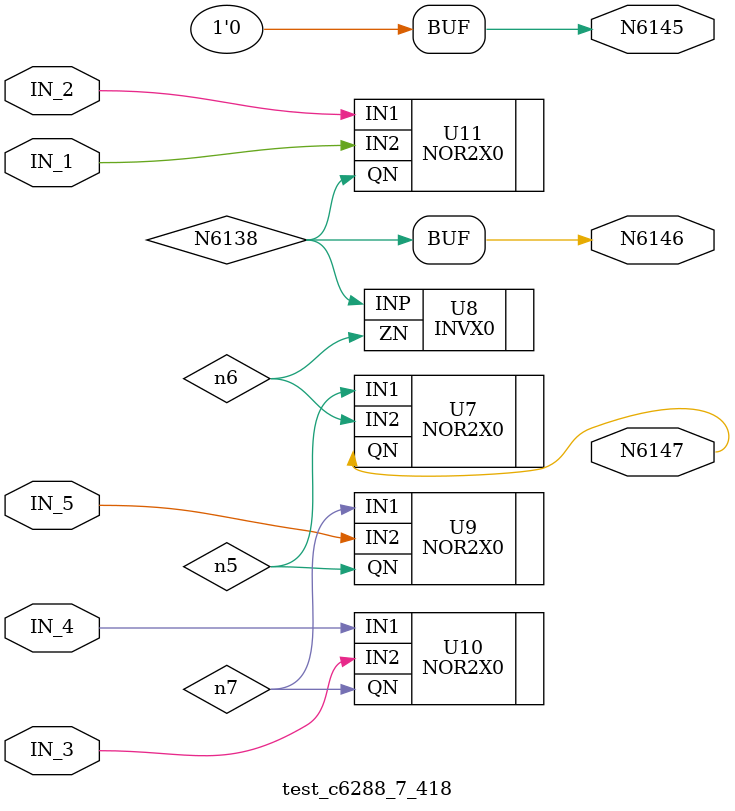
<source format=v>


module test_c6288_7_418 ( IN_1, IN_2, IN_3, IN_4, IN_5, N6145, N6146, N6147 );
  input IN_1, IN_2, IN_3, IN_4, IN_5;
  output N6145, N6146, N6147;
  wire   N6138, n5, n6, n7;
  assign N6146 = N6138;
  assign N6145 = 1'b0;

  NOR2X0 U7 ( .IN1(n5), .IN2(n6), .QN(N6147) );
  INVX0 U8 ( .INP(N6138), .ZN(n6) );
  NOR2X0 U9 ( .IN1(n7), .IN2(IN_5), .QN(n5) );
  NOR2X0 U10 ( .IN1(IN_4), .IN2(IN_3), .QN(n7) );
  NOR2X0 U11 ( .IN1(IN_2), .IN2(IN_1), .QN(N6138) );
endmodule


</source>
